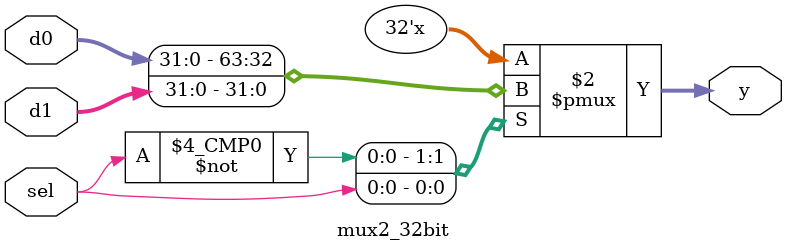
<source format=v>
module mux2_32bit(d0, d1, sel, y);  //32bits mux2
	input [31:0] d0, d1;
	input sel;
	output reg [31:0] y;
	
	always @(sel, d0, d1)
		case (sel)
		1'b0 : y = d0;
		1'b1 : y = d1;
		default y = 32'hxxxx_xxxx;
		endcase
		
endmodule 
</source>
